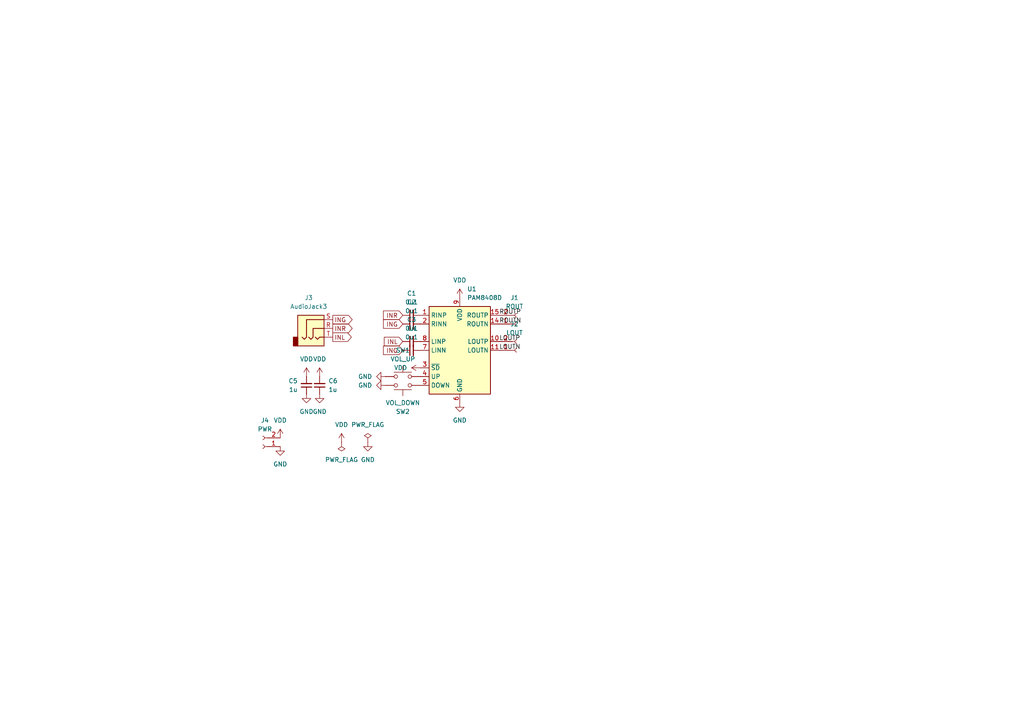
<source format=kicad_sch>
(kicad_sch (version 20250114) (generator "eeschema") (generator_version "9.0")
  (paper "A4")
  (lib_symbols
    (symbol "Connector:Conn_01x02_Socket" (pin_names (offset 1.016) (hide yes))
      (property "Reference" "J" (at 0 2.54 0))
      (property "Value" "Conn_01x02_Socket" (at 0 -5.08 0))
      (symbol "Conn_01x02_Socket_1_1"
        (polyline (pts (xy -1.27 0) (xy -0.508 0)) (stroke (width 0.1524)))
        (polyline (pts (xy -1.27 -2.54) (xy -0.508 -2.54)) (stroke (width 0.1524)))
        (arc (start 0 -0.508) (mid -0.5058 0) (end 0 0.508) (stroke (width 0.1524)))
        (arc (start 0 -3.048) (mid -0.5058 -2.54) (end 0 -2.032) (stroke (width 0.1524)))
        (pin passive line (at -5.08 0 0) (length 3.81) (name "Pin_1") (number "1"))
        (pin passive line (at -5.08 -2.54 0) (length 3.81) (name "Pin_2") (number "2"))
      )
    )
    (symbol "Connector_Audio:AudioJack3"
      (property "Reference" "J" (at 0 8.89 0))
      (property "Value" "AudioJack3" (at 0 6.35 0))
      (symbol "AudioJack3_0_1"
        (rectangle (start -5.08 -5.08) (end -6.35 -2.54) (stroke (width 0.254)) (fill (type outline)))
        (polyline (pts (xy -1.905 -2.54) (xy -1.27 -3.175) (xy -0.635 -2.54) (xy -0.635 0) (xy 2.54 0)) (stroke (width 0.254)))
        (polyline (pts (xy 0 -2.54) (xy 0.635 -3.175) (xy 1.27 -2.54) (xy 2.54 -2.54)) (stroke (width 0.254)))
        (rectangle (start 2.54 3.81) (end -5.08 -5.08) (stroke (width 0.254)) (fill (type background)))
        (polyline (pts (xy 2.54 2.54) (xy -2.54 2.54) (xy -2.54 -2.54) (xy -3.175 -3.175) (xy -3.81 -2.54)) (stroke (width 0.254)))
      )
      (symbol "AudioJack3_1_1"
        (pin passive line (at 5.08 2.54 180) (length 2.54) (name "~") (number "S"))
        (pin passive line (at 5.08 0 180) (length 2.54) (name "~") (number "R"))
        (pin passive line (at 5.08 -2.54 180) (length 2.54) (name "~") (number "T"))
      )
    )
    (symbol "Device:C_Small" (pin_numbers (hide yes)) (pin_names (offset 0.254) (hide yes))
      (property "Reference" "C" (at 0.254 1.778 0))
      (property "Value" "C_Small" (at 0.254 -2.032 0))
      (symbol "C_Small_0_1"
        (polyline (pts (xy -1.524 0.508) (xy 1.524 0.508)) (stroke (width 0.3048)))
        (polyline (pts (xy -1.524 -0.508) (xy 1.524 -0.508)) (stroke (width 0.3302)))
      )
      (symbol "C_Small_1_1"
        (pin passive line (at 0 2.54 270) (length 2.032) (name "~") (number "1"))
        (pin passive line (at 0 -2.54 90) (length 2.032) (name "~") (number "2"))
      )
    )
    (symbol "Library:PAM8408D"
      (property "Reference" "U" (at 2.54 -2.54 0))
      (property "Value" "PAM8408D" (at 2.54 -5.08 0))
      (symbol "PAM8408D_0_1"
        (rectangle (start -8.89 12.7) (end 8.89 -12.7) (stroke (width 0.254)) (fill (type background)))
      )
      (symbol "PAM8408D_1_1"
        (pin input line (at -11.43 10.16 0) (length 2.54) (name "RINP") (number "1"))
        (pin input line (at -11.43 7.62 0) (length 2.54) (name "RINN") (number "2"))
        (pin input line (at -11.43 2.54 0) (length 2.54) (name "LINP") (number "8"))
        (pin input line (at -11.43 0 0) (length 2.54) (name "LINN") (number "7"))
        (pin input line (at -11.43 -5.08 0) (length 2.54) (name "~{SD}") (number "3"))
        (pin input line (at -11.43 -7.62 0) (length 2.54) (name "UP") (number "4"))
        (pin input line (at -11.43 -10.16 0) (length 2.54) (name "DOWN") (number "5"))
        (pin passive line (at 0 15.24 270) (length 2.54) (hide yes) (name "VDD") (number "16"))
        (pin power_in line (at 0 15.24 270) (length 2.54) (name "VDD") (number "9"))
        (pin passive line (at 0 -15.24 90) (length 2.54) (hide yes) (name "GND") (number "12"))
        (pin passive line (at 0 -15.24 90) (length 2.54) (hide yes) (name "GND") (number "13"))
        (pin power_in line (at 0 -15.24 90) (length 2.54) (name "GND") (number "6"))
        (pin output line (at 11.43 10.16 180) (length 2.54) (name "ROUTP") (number "15"))
        (pin output line (at 11.43 7.62 180) (length 2.54) (name "ROUTN") (number "14"))
        (pin output line (at 11.43 2.54 180) (length 2.54) (name "LOUTP") (number "10"))
        (pin output line (at 11.43 0 180) (length 2.54) (name "LOUTN") (number "11"))
      )
    )
    (symbol "Switch:SW_Push" (pin_numbers (hide yes)) (pin_names (offset 1.016) (hide yes))
      (property "Reference" "SW" (at 1.27 2.54 0))
      (property "Value" "SW_Push" (at 0 -1.524 0))
      (symbol "SW_Push_0_1"
        (circle (center -2.032 0) (radius 0.508))
        (polyline (pts (xy 0 1.27) (xy 0 3.048)))
        (circle (center 2.032 0) (radius 0.508))
        (polyline (pts (xy 2.54 1.27) (xy -2.54 1.27)))
        (pin passive line (at -5.08 0 0) (length 2.54) (name "1") (number "1"))
        (pin passive line (at 5.08 0 180) (length 2.54) (name "2") (number "2"))
      )
    )
    (symbol "power:GND" (power) (pin_numbers (hide yes)) (pin_names (offset 0) (hide yes))
      (property "Value" "GND" (at 0 -3.81 0))
      (symbol "GND_0_1"
        (polyline (pts (xy 0 0) (xy 0 -1.27) (xy 1.27 -1.27) (xy 0 -2.54) (xy -1.27 -1.27) (xy 0 -1.27)))
      )
      (symbol "GND_1_1"
        (pin power_in line (at 0 0 270) (length 0) (name "~") (number "1"))
      )
    )
    (symbol "power:PWR_FLAG" (power) (pin_numbers (hide yes)) (pin_names (offset 0) (hide yes))
      (property "Value" "PWR_FLAG" (at 0 3.81 0))
      (symbol "PWR_FLAG_0_0"
        (pin power_out line (at 0 0 90) (length 0) (name "~") (number "1"))
      )
      (symbol "PWR_FLAG_0_1"
        (polyline (pts (xy 0 0) (xy 0 1.27) (xy -1.016 1.905) (xy 0 2.54) (xy 1.016 1.905) (xy 0 1.27)))
      )
    )
    (symbol "power:VDD" (power) (pin_numbers (hide yes)) (pin_names (offset 0) (hide yes))
      (property "Value" "VDD" (at 0 3.556 0))
      (symbol "VDD_0_1"
        (polyline (pts (xy -0.762 1.27) (xy 0 2.54)))
        (polyline (pts (xy 0 2.54) (xy 0.762 1.27)))
        (polyline (pts (xy 0 0) (xy 0 2.54)))
      )
      (symbol "VDD_1_1"
        (pin power_in line (at 0 0 90) (length 0) (name "~") (number "1"))
      )
    )
  )
  (label "LOUTN" (at 144.78 101.6 0))
  (label "ROUTN" (at 144.78 93.98 0))
  (label "LOUTP" (at 144.78 99.06 0))
  (label "ROUTP" (at 144.78 91.44 0))
  (global_label "INR" (shape input) (at 116.84 91.44 180) (property "Intersheetrefs" "${INTERSHEET_REFS}" (effects (hide yes))))
  (global_label "INR" (shape output) (at 96.52 95.25 0) (property "Intersheetrefs" "${INTERSHEET_REFS}" (effects (hide yes))))
  (global_label "INL" (shape output) (at 96.52 97.79 0) (property "Intersheetrefs" "${INTERSHEET_REFS}" (effects (hide yes))))
  (global_label "ING" (shape output) (at 96.52 92.71 0) (property "Intersheetrefs" "${INTERSHEET_REFS}" (effects (hide yes))))
  (global_label "ING" (shape input) (at 116.84 93.98 180) (property "Intersheetrefs" "${INTERSHEET_REFS}" (effects (hide yes))))
  (global_label "ING" (shape input) (at 116.84 101.6 180) (property "Intersheetrefs" "${INTERSHEET_REFS}" (effects (hide yes))))
  (global_label "INL" (shape input) (at 116.84 99.06 180) (property "Intersheetrefs" "${INTERSHEET_REFS}" (effects (hide yes))))
  (symbol (lib_id "power:GND") (at 92.71 114.3 0) (unit 1)
    (property "Reference" "#PWR011" (effects (hide yes)))
    (property "Value" "GND" (at 92.71 119.38 0))
    (property "Description" "Power symbol creates a global label with name \"GND\" , ground" (effects (hide yes)))
  )
  (symbol (lib_id "power:GND") (at 111.76 109.22 270) (mirror x) (unit 1)
    (property "Reference" "#PWR06" (effects (hide yes)))
    (property "Value" "GND" (at 107.95 109.2199 90) (effects (justify right)))
    (property "Description" "Power symbol creates a global label with name \"GND\" , ground" (effects (hide yes)))
  )
  (symbol (lib_id "power:GND") (at 88.9 114.3 0) (unit 1)
    (property "Reference" "#PWR09" (effects (hide yes)))
    (property "Value" "GND" (at 88.9 119.38 0))
    (property "Description" "Power symbol creates a global label with name \"GND\" , ground" (effects (hide yes)))
  )
  (symbol (lib_id "power:GND") (at 133.35 116.84 0) (unit 1)
    (property "Reference" "#PWR02" (effects (hide yes)))
    (property "Value" "GND" (at 133.35 121.92 0))
    (property "Description" "Power symbol creates a global label with name \"GND\" , ground" (effects (hide yes)))
  )
  (symbol (lib_id "power:VDD") (at 99.06 128.27 0) (unit 1)
    (property "Reference" "#PWR013" (effects (hide yes)))
    (property "Value" "VDD" (at 99.06 123.19 0))
    (property "Description" "Power symbol creates a global label with name \"VDD\"" (effects (hide yes)))
  )
  (symbol (lib_id "power:VDD") (at 92.71 109.22 0) (unit 1)
    (property "Reference" "#PWR010" (effects (hide yes)))
    (property "Value" "VDD" (at 92.71 104.14 0))
    (property "Description" "Power symbol creates a global label with name \"VDD\"" (effects (hide yes)))
  )
  (symbol (lib_id "power:PWR_FLAG") (at 106.68 128.27 0) (unit 1)
    (property "Reference" "#FLG01" (effects (hide yes)))
    (property "Value" "PWR_FLAG" (at 106.68 123.19 0))
    (property "Description" "Special symbol for telling ERC where power comes from" (effects (hide yes)))
  )
  (symbol (lib_id "Device:C_Small") (at 119.38 101.6 90) (unit 1)
    (property "Reference" "C4" (at 119.3863 95.25 90))
    (property "Value" "0u1" (at 119.3863 97.79 90))
    (property "Footprint" "Capacitor_SMD:C_0603_1608Metric" (effects (hide yes)))
    (property "Description" "Unpolarized capacitor, small symbol" (effects (hide yes)))
  )
  (symbol (lib_id "power:VDD") (at 81.28 127 0) (unit 1)
    (property "Reference" "#PWR015" (effects (hide yes)))
    (property "Value" "VDD" (at 81.28 121.92 0))
    (property "Description" "Power symbol creates a global label with name \"VDD\"" (effects (hide yes)))
  )
  (symbol (lib_id "Connector_Audio:AudioJack3") (at 91.44 95.25 0) (unit 1)
    (property "Reference" "J3" (at 89.535 86.36 0))
    (property "Value" "AudioJack3" (at 89.535 88.9 0))
    (property "Footprint" "Library:MJ-8435" (effects (hide yes)))
    (property "Description" "Audio Jack, 3 Poles (Stereo / TRS)" (effects (hide yes)))
  )
  (symbol (lib_id "Device:C_Small") (at 119.38 93.98 90) (unit 1)
    (property "Reference" "C2" (at 119.3863 87.63 90))
    (property "Value" "0u1" (at 119.3863 90.17 90))
    (property "Footprint" "Capacitor_SMD:C_0603_1608Metric" (effects (hide yes)))
    (property "Description" "Unpolarized capacitor, small symbol" (effects (hide yes)))
  )
  (symbol (lib_id "Switch:SW_Push") (at 116.84 111.76 0) (mirror x) (unit 1)
    (property "Reference" "SW2" (at 116.84 119.38 0))
    (property "Value" "VOL_DOWN" (at 116.84 116.84 0))
    (property "Footprint" "Library:alps-skrg" (effects (hide yes)))
    (property "Description" "Push button switch, generic, two pins" (effects (hide yes)))
  )
  (symbol (lib_id "Device:C_Small") (at 88.9 111.76 0) (mirror x) (unit 1)
    (property "Reference" "C5" (at 86.36 110.4835 0) (effects (justify right)))
    (property "Value" "1u" (at 86.36 113.0235 0) (effects (justify right)))
    (property "Footprint" "Capacitor_SMD:C_0603_1608Metric" (effects (hide yes)))
    (property "Description" "Unpolarized capacitor, small symbol" (effects (hide yes)))
  )
  (symbol (lib_id "Connector:Conn_01x02_Socket") (at 149.86 93.98 0) (mirror x) (unit 1)
    (property "Reference" "J1" (at 149.225 86.36 0))
    (property "Value" "ROUT" (at 149.225 88.9 0))
    (property "Footprint" "Connector_JST:JST_XH_S2B-XH-A_1x02_P2.50mm_Horizontal" (effects (hide yes)))
    (property "Description" "Generic connector, single row, 01x02, script generated" (effects (hide yes)))
  )
  (symbol (lib_id "Library:PAM8408D") (at 133.35 101.6 0) (unit 1)
    (property "Reference" "U1" (at 135.4933 83.82 0) (effects (justify left)))
    (property "Value" "PAM8408D" (at 135.4933 86.36 0) (effects (justify left)))
    (property "Footprint" "Package_SO:SO-16_3.9x9.9mm_P1.27mm" (effects (hide yes)))
    (property "Datasheet" "https://www.diodes.com/assets/Datasheets/PAM8408.pdf" (effects (hide yes)))
  )
  (symbol (lib_id "power:VDD") (at 88.9 109.22 0) (unit 1)
    (property "Reference" "#PWR08" (effects (hide yes)))
    (property "Value" "VDD" (at 88.9 104.14 0))
    (property "Description" "Power symbol creates a global label with name \"VDD\"" (effects (hide yes)))
  )
  (symbol (lib_id "Connector:Conn_01x02_Socket") (at 76.2 129.54 180) (unit 1)
    (property "Reference" "J4" (at 76.835 121.92 0))
    (property "Value" "PWR" (at 76.835 124.46 0))
    (property "Footprint" "Connector_JST:JST_XH_S2B-XH-A_1x02_P2.50mm_Horizontal" (effects (hide yes)))
    (property "Description" "Generic connector, single row, 01x02, script generated" (effects (hide yes)))
  )
  (symbol (lib_id "power:GND") (at 111.76 111.76 270) (mirror x) (unit 1)
    (property "Reference" "#PWR07" (effects (hide yes)))
    (property "Value" "GND" (at 107.95 111.7599 90) (effects (justify right)))
    (property "Description" "Power symbol creates a global label with name \"GND\" , ground" (effects (hide yes)))
  )
  (symbol (lib_id "Connector:Conn_01x02_Socket") (at 149.86 101.6 0) (mirror x) (unit 1)
    (property "Reference" "J2" (at 149.225 93.98 0))
    (property "Value" "LOUT" (at 149.225 96.52 0))
    (property "Footprint" "Connector_JST:JST_XH_S2B-XH-A_1x02_P2.50mm_Horizontal" (effects (hide yes)))
    (property "Description" "Generic connector, single row, 01x02, script generated" (effects (hide yes)))
  )
  (symbol (lib_id "power:PWR_FLAG") (at 99.06 128.27 0) (mirror x) (unit 1)
    (property "Reference" "#FLG02" (effects (hide yes)))
    (property "Value" "PWR_FLAG" (at 99.06 133.35 0))
    (property "Description" "Special symbol for telling ERC where power comes from" (effects (hide yes)))
  )
  (symbol (lib_id "Switch:SW_Push") (at 116.84 109.22 0) (unit 1)
    (property "Reference" "SW1" (at 116.84 101.6 0))
    (property "Value" "VOL_UP" (at 116.84 104.14 0))
    (property "Footprint" "Library:alps-skrg" (effects (hide yes)))
    (property "Description" "Push button switch, generic, two pins" (effects (hide yes)))
  )
  (symbol (lib_id "power:VDD") (at 121.92 106.68 90) (unit 1)
    (property "Reference" "#PWR012" (effects (hide yes)))
    (property "Value" "VDD" (at 118.11 106.6799 90) (effects (justify left)))
    (property "Description" "Power symbol creates a global label with name \"VDD\"" (effects (hide yes)))
  )
  (symbol (lib_id "Device:C_Small") (at 92.71 111.76 180) (unit 1)
    (property "Reference" "C6" (at 95.25 110.4835 0) (effects (justify right)))
    (property "Value" "1u" (at 95.25 113.0235 0) (effects (justify right)))
    (property "Footprint" "Capacitor_SMD:C_0603_1608Metric" (effects (hide yes)))
    (property "Description" "Unpolarized capacitor, small symbol" (effects (hide yes)))
  )
  (symbol (lib_id "power:GND") (at 81.28 129.54 0) (unit 1)
    (property "Reference" "#PWR016" (effects (hide yes)))
    (property "Value" "GND" (at 81.28 134.62 0))
    (property "Description" "Power symbol creates a global label with name \"GND\" , ground" (effects (hide yes)))
  )
  (symbol (lib_id "Device:C_Small") (at 119.38 91.44 90) (unit 1)
    (property "Reference" "C1" (at 119.3863 85.09 90))
    (property "Value" "0u1" (at 119.3863 87.63 90))
    (property "Footprint" "Capacitor_SMD:C_0603_1608Metric" (effects (hide yes)))
    (property "Description" "Unpolarized capacitor, small symbol" (effects (hide yes)))
  )
  (symbol (lib_id "Device:C_Small") (at 119.38 99.06 90) (unit 1)
    (property "Reference" "C3" (at 119.3863 92.71 90))
    (property "Value" "0u1" (at 119.3863 95.25 90))
    (property "Footprint" "Capacitor_SMD:C_0603_1608Metric" (effects (hide yes)))
    (property "Description" "Unpolarized capacitor, small symbol" (effects (hide yes)))
  )
  (symbol (lib_id "power:GND") (at 106.68 128.27 0) (unit 1)
    (property "Reference" "#PWR014" (effects (hide yes)))
    (property "Value" "GND" (at 106.68 133.35 0))
    (property "Description" "Power symbol creates a global label with name \"GND\" , ground" (effects (hide yes)))
  )
  (symbol (lib_id "power:VDD") (at 133.35 86.36 0) (unit 1)
    (property "Reference" "#PWR01" (effects (hide yes)))
    (property "Value" "VDD" (at 133.35 81.28 0))
    (property "Description" "Power symbol creates a global label with name \"VDD\"" (effects (hide yes)))
  )
)
</source>
